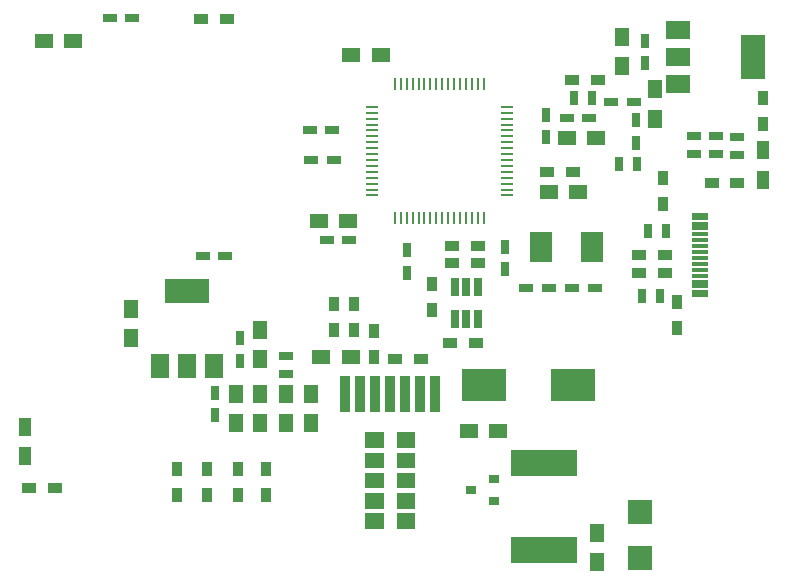
<source format=gtp>
%TF.GenerationSoftware,KiCad,Pcbnew,(5.1.8)-1*%
%TF.CreationDate,2021-11-18T21:11:29+01:00*%
%TF.ProjectId,radioberry-juice,72616469-6f62-4657-9272-792d6a756963,rev?*%
%TF.SameCoordinates,Original*%
%TF.FileFunction,Paste,Top*%
%TF.FilePolarity,Positive*%
%FSLAX46Y46*%
G04 Gerber Fmt 4.6, Leading zero omitted, Abs format (unit mm)*
G04 Created by KiCad (PCBNEW (5.1.8)-1) date 2021-11-18 21:11:29*
%MOMM*%
%LPD*%
G01*
G04 APERTURE LIST*
%ADD10C,0.010000*%
%ADD11R,1.143000X0.635000*%
%ADD12R,1.500000X1.250000*%
%ADD13R,3.750000X2.700000*%
%ADD14R,0.650000X1.560000*%
%ADD15R,1.200000X0.900000*%
%ADD16R,1.200000X0.750000*%
%ADD17R,0.890000X3.060000*%
%ADD18R,0.750000X1.200000*%
%ADD19R,1.250000X1.500000*%
%ADD20R,1.000000X0.250000*%
%ADD21R,0.250000X1.000000*%
%ADD22R,1.100000X1.600000*%
%ADD23R,0.900000X1.200000*%
%ADD24R,1.900000X2.600000*%
%ADD25R,2.000000X1.500000*%
%ADD26R,2.000000X3.800000*%
%ADD27R,0.635000X1.143000*%
%ADD28R,2.100000X2.000000*%
%ADD29R,0.900000X0.800000*%
%ADD30R,1.450000X0.300000*%
%ADD31R,1.500000X2.000000*%
%ADD32R,3.800000X2.000000*%
%ADD33R,5.600000X2.300000*%
G04 APERTURE END LIST*
D10*
%TO.C,VR1*%
G36*
X121551000Y-114016000D02*
G01*
X121551000Y-115246000D01*
X120071000Y-115246000D01*
X120071000Y-114016000D01*
X121551000Y-114016000D01*
G37*
X121551000Y-114016000D02*
X121551000Y-115246000D01*
X120071000Y-115246000D01*
X120071000Y-114016000D01*
X121551000Y-114016000D01*
G36*
X121551000Y-115726000D02*
G01*
X121551000Y-116956000D01*
X120071000Y-116956000D01*
X120071000Y-115726000D01*
X121551000Y-115726000D01*
G37*
X121551000Y-115726000D02*
X121551000Y-116956000D01*
X120071000Y-116956000D01*
X120071000Y-115726000D01*
X121551000Y-115726000D01*
G36*
X121551000Y-120856000D02*
G01*
X121551000Y-122086000D01*
X120071000Y-122086000D01*
X120071000Y-120856000D01*
X121551000Y-120856000D01*
G37*
X121551000Y-120856000D02*
X121551000Y-122086000D01*
X120071000Y-122086000D01*
X120071000Y-120856000D01*
X121551000Y-120856000D01*
G36*
X121551000Y-119146000D02*
G01*
X121551000Y-120376000D01*
X120071000Y-120376000D01*
X120071000Y-119146000D01*
X121551000Y-119146000D01*
G37*
X121551000Y-119146000D02*
X121551000Y-120376000D01*
X120071000Y-120376000D01*
X120071000Y-119146000D01*
X121551000Y-119146000D01*
G36*
X124229000Y-114016000D02*
G01*
X124229000Y-115246000D01*
X122749000Y-115246000D01*
X122749000Y-114016000D01*
X124229000Y-114016000D01*
G37*
X124229000Y-114016000D02*
X124229000Y-115246000D01*
X122749000Y-115246000D01*
X122749000Y-114016000D01*
X124229000Y-114016000D01*
G36*
X124229000Y-115726000D02*
G01*
X124229000Y-116956000D01*
X122749000Y-116956000D01*
X122749000Y-115726000D01*
X124229000Y-115726000D01*
G37*
X124229000Y-115726000D02*
X124229000Y-116956000D01*
X122749000Y-116956000D01*
X122749000Y-115726000D01*
X124229000Y-115726000D01*
G36*
X124229000Y-120856000D02*
G01*
X124229000Y-122086000D01*
X122749000Y-122086000D01*
X122749000Y-120856000D01*
X124229000Y-120856000D01*
G37*
X124229000Y-120856000D02*
X124229000Y-122086000D01*
X122749000Y-122086000D01*
X122749000Y-120856000D01*
X124229000Y-120856000D01*
G36*
X124229000Y-119146000D02*
G01*
X124229000Y-120376000D01*
X122749000Y-120376000D01*
X122749000Y-119146000D01*
X124229000Y-119146000D01*
G37*
X124229000Y-119146000D02*
X124229000Y-120376000D01*
X122749000Y-120376000D01*
X122749000Y-119146000D01*
X124229000Y-119146000D01*
G36*
X121551000Y-117436000D02*
G01*
X121551000Y-118666000D01*
X120071000Y-118666000D01*
X120071000Y-117436000D01*
X121551000Y-117436000D01*
G37*
X121551000Y-117436000D02*
X121551000Y-118666000D01*
X120071000Y-118666000D01*
X120071000Y-117436000D01*
X121551000Y-117436000D01*
G36*
X124229000Y-117436000D02*
G01*
X124229000Y-118666000D01*
X122749000Y-118666000D01*
X122749000Y-117436000D01*
X124229000Y-117436000D01*
G37*
X124229000Y-117436000D02*
X124229000Y-118666000D01*
X122749000Y-118666000D01*
X122749000Y-117436000D01*
X124229000Y-117436000D01*
%TD*%
D11*
%TO.C,FB4*%
X113350000Y-109087000D03*
X113350000Y-107563000D03*
%TD*%
D12*
%TO.C,C37*%
X131350000Y-113900000D03*
X128850000Y-113900000D03*
%TD*%
D13*
%TO.C,C6*%
X130150000Y-110025000D03*
X137700000Y-110025000D03*
%TD*%
D14*
%TO.C,U4*%
X127700000Y-104400000D03*
X128650000Y-104400000D03*
X129600000Y-104400000D03*
X129600000Y-101700000D03*
X127700000Y-101700000D03*
X128650000Y-101700000D03*
%TD*%
D15*
%TO.C,R13*%
X129650000Y-99700000D03*
X127450000Y-99700000D03*
%TD*%
D16*
%TO.C,C18*%
X135600000Y-101800000D03*
X133700000Y-101800000D03*
%TD*%
D17*
%TO.C,VR1*%
X118340000Y-110745000D03*
X119610000Y-110745000D03*
X120880000Y-110745000D03*
X122150000Y-110745000D03*
X123420000Y-110745000D03*
X124690000Y-110745000D03*
X125960000Y-110745000D03*
%TD*%
D16*
%TO.C,C25*%
X118750000Y-97750000D03*
X116850000Y-97750000D03*
%TD*%
D12*
%TO.C,C10*%
X121400000Y-82100000D03*
X118900000Y-82100000D03*
%TD*%
D18*
%TO.C,C9*%
X131950000Y-98300000D03*
X131950000Y-100200000D03*
%TD*%
D12*
%TO.C,C8*%
X118650000Y-96150000D03*
X116150000Y-96150000D03*
%TD*%
D16*
%TO.C,C20*%
X140900000Y-86000000D03*
X142800000Y-86000000D03*
%TD*%
D19*
%TO.C,C29*%
X144600000Y-84950000D03*
X144600000Y-87450000D03*
%TD*%
D16*
%TO.C,C19*%
X137600000Y-101800000D03*
X139500000Y-101800000D03*
%TD*%
%TO.C,C16*%
X108250000Y-99050000D03*
X106350000Y-99050000D03*
%TD*%
%TO.C,C12*%
X98450000Y-78900000D03*
X100350000Y-78900000D03*
%TD*%
D19*
%TO.C,C11*%
X100250000Y-106050000D03*
X100250000Y-103550000D03*
%TD*%
D16*
%TO.C,C21*%
X117400000Y-90950000D03*
X115500000Y-90950000D03*
%TD*%
D20*
%TO.C,U3*%
X132050000Y-93950000D03*
X132050000Y-93450000D03*
X132050000Y-92950000D03*
X132050000Y-92450000D03*
X132050000Y-91950000D03*
X132050000Y-91450000D03*
X132050000Y-90950000D03*
X132050000Y-90450000D03*
X132050000Y-89950000D03*
X132050000Y-89450000D03*
X132050000Y-88950000D03*
X132050000Y-88450000D03*
X132050000Y-87950000D03*
X132050000Y-87450000D03*
X132050000Y-86950000D03*
X132050000Y-86450000D03*
D21*
X130100000Y-84500000D03*
X129600000Y-84500000D03*
X129100000Y-84500000D03*
X128600000Y-84500000D03*
X128100000Y-84500000D03*
X127600000Y-84500000D03*
X127100000Y-84500000D03*
X126600000Y-84500000D03*
X126100000Y-84500000D03*
X125600000Y-84500000D03*
X125100000Y-84500000D03*
X124600000Y-84500000D03*
X124100000Y-84500000D03*
X123600000Y-84500000D03*
X123100000Y-84500000D03*
X122600000Y-84500000D03*
D20*
X120650000Y-86450000D03*
X120650000Y-86950000D03*
X120650000Y-87450000D03*
X120650000Y-87950000D03*
X120650000Y-88450000D03*
X120650000Y-88950000D03*
X120650000Y-89450000D03*
X120650000Y-89950000D03*
X120650000Y-90450000D03*
X120650000Y-90950000D03*
X120650000Y-91450000D03*
X120650000Y-91950000D03*
X120650000Y-92450000D03*
X120650000Y-92950000D03*
X120650000Y-93450000D03*
X120650000Y-93950000D03*
D21*
X122600000Y-95900000D03*
X123100000Y-95900000D03*
X123600000Y-95900000D03*
X124100000Y-95900000D03*
X124600000Y-95900000D03*
X125100000Y-95900000D03*
X125600000Y-95900000D03*
X126100000Y-95900000D03*
X126600000Y-95900000D03*
X127100000Y-95900000D03*
X127600000Y-95900000D03*
X128100000Y-95900000D03*
X128600000Y-95900000D03*
X129100000Y-95900000D03*
X129600000Y-95900000D03*
X130100000Y-95900000D03*
%TD*%
D12*
%TO.C,C33*%
X137150000Y-89100000D03*
X139650000Y-89100000D03*
%TD*%
%TO.C,C31*%
X135600000Y-93650000D03*
X138100000Y-93650000D03*
%TD*%
D19*
%TO.C,C27*%
X141800000Y-83000000D03*
X141800000Y-80500000D03*
%TD*%
%TO.C,C15*%
X111200000Y-107800000D03*
X111200000Y-105300000D03*
%TD*%
D22*
%TO.C,D5*%
X153800000Y-90100000D03*
X153800000Y-92600000D03*
%TD*%
D15*
%TO.C,R3*%
X93800000Y-118700000D03*
X91600000Y-118700000D03*
%TD*%
D23*
%TO.C,R20*%
X153800000Y-85700000D03*
X153800000Y-87900000D03*
%TD*%
D22*
%TO.C,D2*%
X91300000Y-116050000D03*
X91300000Y-113550000D03*
%TD*%
D24*
%TO.C,Y1*%
X139250000Y-98300000D03*
X134950000Y-98300000D03*
%TD*%
D25*
%TO.C,U5*%
X146600000Y-79900000D03*
X146600000Y-82200000D03*
X146600000Y-84500001D03*
D26*
X152900001Y-82200000D03*
%TD*%
D27*
%TO.C,D4*%
X144000000Y-97000000D03*
X145524000Y-97000000D03*
%TD*%
%TO.C,D3*%
X145000000Y-102500000D03*
X143476000Y-102500000D03*
%TD*%
D28*
%TO.C,D1*%
X143350000Y-124680000D03*
X143350000Y-120720000D03*
%TD*%
D29*
%TO.C,Q1*%
X131000000Y-117950000D03*
X129000000Y-118900000D03*
X131000000Y-119850000D03*
%TD*%
D15*
%TO.C,R11*%
X151600000Y-92900000D03*
X149400000Y-92900000D03*
%TD*%
D23*
%TO.C,R5*%
X146500000Y-105200000D03*
X146500000Y-103000000D03*
%TD*%
%TO.C,R4*%
X145300000Y-92500000D03*
X145300000Y-94700000D03*
%TD*%
D18*
%TO.C,C14*%
X107350000Y-110650000D03*
X107350000Y-112550000D03*
%TD*%
D30*
%TO.C,J2*%
X148400000Y-102400000D03*
X148400000Y-101600000D03*
X148400000Y-100750000D03*
X148400000Y-102100000D03*
X148400000Y-101300000D03*
X148400000Y-100250000D03*
X148400000Y-97250000D03*
X148400000Y-96400000D03*
X148400000Y-95600000D03*
X148400000Y-95900000D03*
X148400000Y-96700000D03*
X148400000Y-97750000D03*
X148400000Y-98250000D03*
X148400000Y-98750000D03*
X148400000Y-99250000D03*
X148400000Y-99750000D03*
%TD*%
D31*
%TO.C,U2*%
X102700000Y-108350000D03*
X105000000Y-108350000D03*
X107300001Y-108350000D03*
D32*
X105000000Y-102049999D03*
%TD*%
D15*
%TO.C,R12*%
X129650000Y-98250000D03*
X127450000Y-98250000D03*
%TD*%
D33*
%TO.C,F1*%
X135250000Y-116600000D03*
X135250000Y-124000000D03*
%TD*%
D15*
%TO.C,R15*%
X129500000Y-106400000D03*
X127300000Y-106400000D03*
%TD*%
D23*
%TO.C,R14*%
X125700000Y-103650000D03*
X125700000Y-101450000D03*
%TD*%
D15*
%TO.C,R10*%
X139800000Y-84150000D03*
X137600000Y-84150000D03*
%TD*%
%TO.C,R9*%
X108400000Y-79000000D03*
X106200000Y-79000000D03*
%TD*%
%TO.C,R8*%
X137650000Y-92000000D03*
X135450000Y-92000000D03*
%TD*%
%TO.C,R7*%
X143300000Y-99000000D03*
X145500000Y-99000000D03*
%TD*%
%TO.C,R6*%
X143300000Y-100500000D03*
X145500000Y-100500000D03*
%TD*%
D27*
%TO.C,FB3*%
X141588000Y-91250000D03*
X143112000Y-91250000D03*
%TD*%
%TO.C,FB2*%
X139312000Y-85700000D03*
X137788000Y-85700000D03*
%TD*%
D11*
%TO.C,FB1*%
X151600000Y-90500000D03*
X151600000Y-88976000D03*
%TD*%
D16*
%TO.C,C34*%
X137150000Y-87350000D03*
X139050000Y-87350000D03*
%TD*%
D18*
%TO.C,C32*%
X143000000Y-89500000D03*
X143000000Y-87600000D03*
%TD*%
D16*
%TO.C,C30*%
X149800000Y-88900000D03*
X147900000Y-88900000D03*
%TD*%
D18*
%TO.C,C28*%
X143800000Y-82750000D03*
X143800000Y-80850000D03*
%TD*%
D16*
%TO.C,C26*%
X117300000Y-88450000D03*
X115400000Y-88450000D03*
%TD*%
D18*
%TO.C,C24*%
X135400000Y-87100000D03*
X135400000Y-89000000D03*
%TD*%
%TO.C,C23*%
X123600000Y-100500000D03*
X123600000Y-98600000D03*
%TD*%
D16*
%TO.C,C17*%
X149800000Y-90400000D03*
X147900000Y-90400000D03*
%TD*%
D18*
%TO.C,C13*%
X109450000Y-106050000D03*
X109450000Y-107950000D03*
%TD*%
D23*
%TO.C,R1*%
X120800000Y-107650000D03*
X120800000Y-105450000D03*
%TD*%
D15*
%TO.C,R2*%
X122600000Y-107800000D03*
X124800000Y-107800000D03*
%TD*%
D23*
%TO.C,R16*%
X104150000Y-117150000D03*
X104150000Y-119350000D03*
%TD*%
%TO.C,R17*%
X111650000Y-119300000D03*
X111650000Y-117100000D03*
%TD*%
%TO.C,R18*%
X109300000Y-117100000D03*
X109300000Y-119300000D03*
%TD*%
%TO.C,R19*%
X106700000Y-119300000D03*
X106700000Y-117100000D03*
%TD*%
D12*
%TO.C,C36*%
X95350000Y-80900000D03*
X92850000Y-80900000D03*
%TD*%
D23*
%TO.C,R21*%
X119100000Y-103150000D03*
X119100000Y-105350000D03*
%TD*%
D19*
%TO.C,C2*%
X115500000Y-113250000D03*
X115500000Y-110750000D03*
%TD*%
%TO.C,C3*%
X113350000Y-110750000D03*
X113350000Y-113250000D03*
%TD*%
%TO.C,C4*%
X111200000Y-113250000D03*
X111200000Y-110750000D03*
%TD*%
D12*
%TO.C,C5*%
X116350000Y-107650000D03*
X118850000Y-107650000D03*
%TD*%
D19*
%TO.C,C7*%
X109100000Y-110750000D03*
X109100000Y-113250000D03*
%TD*%
D23*
%TO.C,R22*%
X117450000Y-105350000D03*
X117450000Y-103150000D03*
%TD*%
D19*
%TO.C,C1*%
X139700000Y-125000000D03*
X139700000Y-122500000D03*
%TD*%
M02*

</source>
